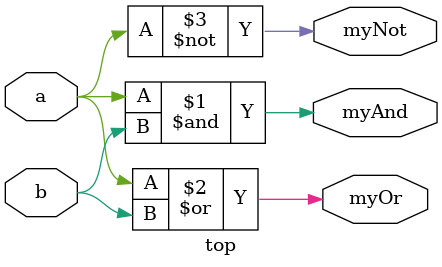
<source format=v>
`timescale 1ns / 1ps 

module top(
           input  a, b,
           output myAnd, myOr, myNot
           );
   assign myAnd = a & b;
   assign myOr  = a | b;
   assign myNot = ~a;
endmodule

</source>
